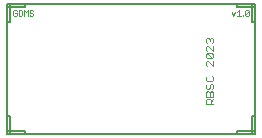
<source format=gto>
G75*
%MOIN*%
%OFA0B0*%
%FSLAX25Y25*%
%IPPOS*%
%LPD*%
%AMOC8*
5,1,8,0,0,1.08239X$1,22.5*
%
%ADD10C,0.00394*%
%ADD11C,0.00200*%
%ADD12C,0.00500*%
D10*
X0005000Y0005000D02*
X0005000Y0048307D01*
X0087677Y0048307D02*
X0087677Y0005000D01*
D11*
X0073798Y0014943D02*
X0071240Y0014943D01*
X0071240Y0016222D01*
X0071666Y0016648D01*
X0072519Y0016648D01*
X0072945Y0016222D01*
X0072945Y0014943D01*
X0072945Y0015795D02*
X0073798Y0016648D01*
X0073798Y0017480D02*
X0073798Y0018759D01*
X0073371Y0019186D01*
X0072945Y0019186D01*
X0072519Y0018759D01*
X0072519Y0017480D01*
X0073798Y0017480D02*
X0071240Y0017480D01*
X0071240Y0018759D01*
X0071666Y0019186D01*
X0072092Y0019186D01*
X0072519Y0018759D01*
X0072092Y0020018D02*
X0072519Y0020444D01*
X0072519Y0021297D01*
X0072945Y0021723D01*
X0073371Y0021723D01*
X0073798Y0021297D01*
X0073798Y0020444D01*
X0073371Y0020018D01*
X0072092Y0020018D02*
X0071666Y0020018D01*
X0071240Y0020444D01*
X0071240Y0021297D01*
X0071666Y0021723D01*
X0071666Y0022555D02*
X0073371Y0022555D01*
X0073798Y0022982D01*
X0073798Y0023834D01*
X0073371Y0024261D01*
X0071666Y0024261D02*
X0071240Y0023834D01*
X0071240Y0022982D01*
X0071666Y0022555D01*
X0071666Y0027631D02*
X0071240Y0028057D01*
X0071240Y0028910D01*
X0071666Y0029336D01*
X0072092Y0029336D01*
X0073798Y0027631D01*
X0073798Y0029336D01*
X0073371Y0030168D02*
X0071666Y0031873D01*
X0073371Y0031873D01*
X0073798Y0031447D01*
X0073798Y0030594D01*
X0073371Y0030168D01*
X0071666Y0030168D01*
X0071240Y0030594D01*
X0071240Y0031447D01*
X0071666Y0031873D01*
X0071666Y0032706D02*
X0071240Y0033132D01*
X0071240Y0033985D01*
X0071666Y0034411D01*
X0072092Y0034411D01*
X0073798Y0032706D01*
X0073798Y0034411D01*
X0073371Y0035243D02*
X0073798Y0035670D01*
X0073798Y0036522D01*
X0073371Y0036949D01*
X0072945Y0036949D01*
X0072519Y0036522D01*
X0072519Y0036096D01*
X0072519Y0036522D02*
X0072092Y0036949D01*
X0071666Y0036949D01*
X0071240Y0036522D01*
X0071240Y0035670D01*
X0071666Y0035243D01*
X0080493Y0044470D02*
X0081083Y0045650D01*
X0081716Y0045650D02*
X0082306Y0046240D01*
X0082306Y0044470D01*
X0081716Y0044470D02*
X0082896Y0044470D01*
X0083528Y0044470D02*
X0083823Y0044470D01*
X0083823Y0044765D01*
X0083528Y0044765D01*
X0083528Y0044470D01*
X0084435Y0044765D02*
X0085615Y0045945D01*
X0085615Y0044765D01*
X0085320Y0044470D01*
X0084730Y0044470D01*
X0084435Y0044765D01*
X0084435Y0045945D01*
X0084730Y0046240D01*
X0085320Y0046240D01*
X0085615Y0045945D01*
X0080493Y0044470D02*
X0079903Y0045650D01*
X0013686Y0045945D02*
X0013391Y0046240D01*
X0012801Y0046240D01*
X0012506Y0045945D01*
X0012506Y0045650D01*
X0012801Y0045355D01*
X0013391Y0045355D01*
X0013686Y0045060D01*
X0013686Y0044765D01*
X0013391Y0044470D01*
X0012801Y0044470D01*
X0012506Y0044765D01*
X0011874Y0044470D02*
X0011874Y0046240D01*
X0011284Y0045650D01*
X0010694Y0046240D01*
X0010694Y0044470D01*
X0010061Y0044765D02*
X0010061Y0045945D01*
X0009766Y0046240D01*
X0008881Y0046240D01*
X0008881Y0044470D01*
X0009766Y0044470D01*
X0010061Y0044765D01*
X0008249Y0044765D02*
X0008249Y0045355D01*
X0007659Y0045355D01*
X0008249Y0044765D02*
X0007954Y0044470D01*
X0007363Y0044470D01*
X0007069Y0044765D01*
X0007069Y0045945D01*
X0007363Y0046240D01*
X0007954Y0046240D01*
X0008249Y0045945D01*
D12*
X0005984Y0005000D02*
X0005000Y0005000D01*
X0005000Y0005984D01*
X0010906Y0005984D01*
X0010906Y0005000D01*
X0005984Y0005000D01*
X0005984Y0010906D01*
X0005000Y0010906D01*
X0005000Y0005984D01*
X0010906Y0005000D02*
X0081772Y0005000D01*
X0081772Y0005984D01*
X0087677Y0005984D01*
X0087677Y0010906D01*
X0086693Y0010906D01*
X0086693Y0005000D01*
X0087677Y0005000D01*
X0087677Y0005984D01*
X0086693Y0005000D02*
X0081772Y0005000D01*
X0087677Y0010906D02*
X0087677Y0042402D01*
X0086693Y0042402D01*
X0086693Y0048307D01*
X0081772Y0048307D01*
X0081772Y0047323D01*
X0087677Y0047323D01*
X0087677Y0048307D01*
X0086693Y0048307D01*
X0087677Y0047323D02*
X0087677Y0042402D01*
X0081772Y0048307D02*
X0010906Y0048307D01*
X0010906Y0047323D01*
X0005000Y0047323D01*
X0005000Y0042402D01*
X0005984Y0042402D01*
X0005984Y0048307D01*
X0005000Y0048307D01*
X0005000Y0047323D01*
X0005984Y0048307D02*
X0010906Y0048307D01*
X0005000Y0042402D02*
X0005000Y0010906D01*
M02*

</source>
